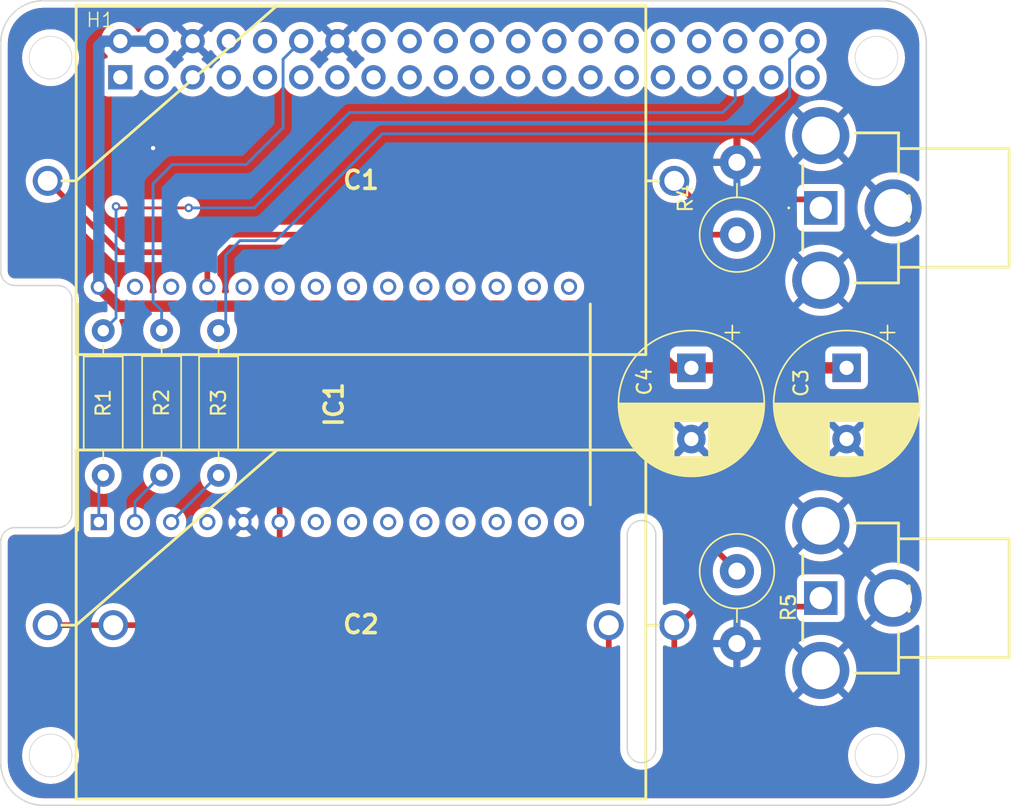
<source format=kicad_pcb>
(kicad_pcb (version 20240108) (generator "pcbnew") (generator_version "8.0")
  (layers (0 "F.Cu" signal) (31 "B.Cu" signal) (34 "B.Paste" user) (35 "F.Paste" user) (36 "B.SilkS" user "B.Silkscreen") (37 "F.SilkS" user "F.Silkscreen") (38 "B.Mask" user) (39 "F.Mask" user) (44 "Edge.Cuts" user))
  (net 0 "")
  (net 1 "GND")
  (net 2 "Net-(C1--)")
  (net 3 "AOL")
  (net 4 "AOR")
  (net 5 "Net-(C2--)")
  (net 6 "+5V")
  (net 10 "BCK")
  (net 22 "DATA")
  (net 30 "LE{slash}WS")
  (net 31 "Net-(H1-BCM19_MISO_PCM_FS)")
  (net 32 "Net-(H1-BCM18_PCM_C)")
  (net 33 "Net-(H1-BCM21_SCLK_PCM_DO)")
  (footprint "Resistor_THT:R_Axial_DIN0207_L6.3mm_D2.5mm_P10.16mm_Horizontal" (layer "F.Cu") (at 130.8 108.96 90)
    (property "Reference" "R2" (at 5.08 0 90) (layer "F.SilkS"))
    (property "Value" "470k")
    (pad "1" thru_hole circle (at 0 0 90) (size 1.6 1.6) (drill 0.8) (layers "*.Cu" "*.Mask") (net 10 "BCK"))
    (pad "2" thru_hole oval (at 10.16 0 90) (size 1.6 1.6) (drill 0.8) (layers "*.Cu" "*.Mask") (net 32 "Net-(H1-BCM18_PCM_C)"))
  )
  (footprint "Capacitor_THT:CP_Radial_D10.0mm_P5.00mm" (layer "F.Cu") (at 178.9 101.4323 -90)
    (property "Reference" "C3" (at 1.067677 3.2 90) (layer "F.SilkS"))
    (property "Value" "1000uF_16V")
    (pad "1" thru_hole rect (at 0 0 270) (size 2 2) (drill 1) (layers "*.Cu" "*.Mask") (net 6 "+5V"))
    (pad "2" thru_hole circle (at 5 0 270) (size 2 2) (drill 1) (layers "*.Cu" "*.Mask") (net 1 "GND"))
  )
  (footprint "Resistor_THT:R_Axial_DIN0207_L6.3mm_D2.5mm_P10.16mm_Horizontal" (layer "F.Cu") (at 126.7 108.98 90)
    (property "Reference" "R1" (at 5.08 0 90) (layer "F.SilkS"))
    (property "Value" "470ohm")
    (pad "1" thru_hole circle (at 0 0 90) (size 1.6 1.6) (drill 0.8) (layers "*.Cu" "*.Mask") (net 30 "LE{slash}WS"))
    (pad "2" thru_hole oval (at 10.16 0 90) (size 1.6 1.6) (drill 0.8) (layers "*.Cu" "*.Mask") (net 31 "Net-(H1-BCM19_MISO_PCM_FS)"))
  )
  (footprint "Resistor_THT:R_Axial_DIN0207_L6.3mm_D2.5mm_P10.16mm_Horizontal" (layer "F.Cu") (at 134.8 108.98 90)
    (property "Reference" "R3" (at 5.08 0 90) (layer "F.SilkS"))
    (property "Value" "470k")
    (pad "1" thru_hole circle (at 0 0 90) (size 1.6 1.6) (drill 0.8) (layers "*.Cu" "*.Mask") (net 22 "DATA"))
    (pad "2" thru_hole oval (at 10.16 0 90) (size 1.6 1.6) (drill 0.8) (layers "*.Cu" "*.Mask") (net 33 "Net-(H1-BCM21_SCLK_PCM_DO)"))
  )
  (footprint "SamacSys_Parts:DIP1652W53P254L3550H510Q28N" (layer "F.Cu") (at 142.9 104 90)
    (property "Reference" "IC1" (at 0 0 90) (layer "F.SilkS") (effects (font (size 1.27 1.27) (thickness 0.254))))
    (property "Value" "TDA1541A" (hide yes))
    (pad "1" thru_hole rect (at -8.262 -16.51 90) (size 1.13 1.13) (drill 0.73) (layers "*.Cu" "*.Mask") (net 30 "LE{slash}WS"))
    (pad "2" thru_hole circle (at -8.262 -13.97 90) (size 1.13 1.13) (drill 0.73) (layers "*.Cu" "*.Mask") (net 10 "BCK"))
    (pad "3" thru_hole circle (at -8.262 -11.43 90) (size 1.13 1.13) (drill 0.73) (layers "*.Cu" "*.Mask") (net 22 "DATA"))
    (pad "4" thru_hole circle (at -8.262 -8.89 90) (size 1.13 1.13) (drill 0.73) (layers "*.Cu" "*.Mask"))
    (pad "5" thru_hole circle (at -8.262 -6.35 90) (size 1.13 1.13) (drill 0.73) (layers "*.Cu" "*.Mask") (net 1 "GND"))
    (pad "6" thru_hole circle (at -8.262 -3.81 90) (size 1.13 1.13) (drill 0.73) (layers "*.Cu" "*.Mask") (net 4 "AOR"))
    (pad "7" thru_hole circle (at -8.262 -1.27 90) (size 1.13 1.13) (drill 0.73) (layers "*.Cu" "*.Mask"))
    (pad "8" thru_hole circle (at -8.262 1.27 90) (size 1.13 1.13) (drill 0.73) (layers "*.Cu" "*.Mask"))
    (pad "9" thru_hole circle (at -8.262 3.81 90) (size 1.13 1.13) (drill 0.73) (layers "*.Cu" "*.Mask"))
    (pad "10" thru_hole circle (at -8.262 6.35 90) (size 1.13 1.13) (drill 0.73) (layers "*.Cu" "*.Mask"))
    (pad "11" thru_hole circle (at -8.262 8.89 90) (size 1.13 1.13) (drill 0.73) (layers "*.Cu" "*.Mask"))
    (pad "12" thru_hole circle (at -8.262 11.43 90) (size 1.13 1.13) (drill 0.73) (layers "*.Cu" "*.Mask"))
    (pad "13" thru_hole circle (at -8.262 13.97 90) (size 1.13 1.13) (drill 0.73) (layers "*.Cu" "*.Mask"))
    (pad "14" thru_hole circle (at -8.262 16.51 90) (size 1.13 1.13) (drill 0.73) (layers "*.Cu" "*.Mask"))
    (pad "15" thru_hole circle (at 8.262 16.51 90) (size 1.13 1.13) (drill 0.73) (layers "*.Cu" "*.Mask"))
    (pad "16" thru_hole circle (at 8.262 13.97 90) (size 1.13 1.13) (drill 0.73) (layers "*.Cu" "*.Mask"))
    (pad "17" thru_hole circle (at 8.262 11.43 90) (size 1.13 1.13) (drill 0.73) (layers "*.Cu" "*.Mask"))
    (pad "18" thru_hole circle (at 8.262 8.89 90) (size 1.13 1.13) (drill 0.73) (layers "*.Cu" "*.Mask"))
    (pad "19" thru_hole circle (at 8.262 6.35 90) (size 1.13 1.13) (drill 0.73) (layers "*.Cu" "*.Mask"))
    (pad "20" thru_hole circle (at 8.262 3.81 90) (size 1.13 1.13) (drill 0.73) (layers "*.Cu" "*.Mask"))
    (pad "21" thru_hole circle (at 8.262 1.27 90) (size 1.13 1.13) (drill 0.73) (layers "*.Cu" "*.Mask"))
    (pad "22" thru_hole circle (at 8.262 -1.27 90) (size 1.13 1.13) (drill 0.73) (layers "*.Cu" "*.Mask"))
    (pad "23" thru_hole circle (at 8.262 -3.81 90) (size 1.13 1.13) (drill 0.73) (layers "*.Cu" "*.Mask"))
    (pad "24" thru_hole circle (at 8.262 -6.35 90) (size 1.13 1.13) (drill 0.73) (layers "*.Cu" "*.Mask"))
    (pad "25" thru_hole circle (at 8.262 -8.89 90) (size 1.13 1.13) (drill 0.73) (layers "*.Cu" "*.Mask") (net 3 "AOL"))
    (pad "26" thru_hole circle (at 8.262 -11.43 90) (size 1.13 1.13) (drill 0.73) (layers "*.Cu" "*.Mask"))
    (pad "27" thru_hole circle (at 8.262 -13.97 90) (size 1.13 1.13) (drill 0.73) (layers "*.Cu" "*.Mask"))
    (pad "28" thru_hole circle (at 8.262 -16.51 90) (size 1.13 1.13) (drill 0.73) (layers "*.Cu" "*.Mask") (net 6 "+5V"))
  )
  (footprint "PCM_Resistor_THT_AKL:R_Axial_DIN0516_L15.5mm_D5.0mm_P5.08mm_Vertical" (layer "F.Cu") (at 171.2 115.71 -90)
    (property "Reference" "R5" (at 2.54 -3.62 90) (layer "F.SilkS"))
    (property "Value" "R_DIN0516_P5.08mm" (hide yes))
    (pad "1" thru_hole circle (at 0 0 270) (size 2.4 2.4) (drill 1.2) (layers "*.Cu" "*.Mask") (net 4 "AOR"))
    (pad "2" thru_hole oval (at 5.08 0 270) (size 2.4 2.4) (drill 1.2) (layers "*.Cu" "*.Mask") (net 1 "GND"))
  )
  (footprint "Capacitor_THT:CP_Radial_D10.0mm_P5.00mm" (layer "F.Cu") (at 168 101.4323 -90)
    (property "Reference" "C4" (at 0.967677 3.3 90) (layer "F.SilkS"))
    (property "Value" "1000uF_16V")
    (pad "1" thru_hole rect (at 0 0 270) (size 2 2) (drill 1) (layers "*.Cu" "*.Mask") (net 6 "+5V"))
    (pad "2" thru_hole circle (at 5 0 270) (size 2 2) (drill 1) (layers "*.Cu" "*.Mask") (net 1 "GND"))
  )
  (footprint "SamacSys_Parts:936" (layer "F.Cu") (at 177.086 90.2 90)
    (property "Reference" "J1" (at 0 5.614 90) (layer "F.SilkS") (effects (font (size 1.27 1.27) (thickness 0.254))))
    (property "Value" "936" (hide yes))
    (pad "1" thru_hole rect (at 0 0 90) (size 2.355 2.355) (drill 1.57) (layers "*.Cu" "*.Mask") (net 2 "Net-(C1--)"))
    (pad "MH1" thru_hole circle (at -5.08 0 90) (size 4.005 4.005) (drill 2.67) (layers "*.Cu" "*.Mask") (net 1 "GND"))
    (pad "MH2" thru_hole circle (at 5.08 0 90) (size 4.005 4.005) (drill 2.67) (layers "*.Cu" "*.Mask") (net 1 "GND"))
    (pad "MH3" thru_hole circle (at 0 5.08 90) (size 4.005 4.005) (drill 2.67) (layers "*.Cu" "*.Mask") (net 1 "GND"))
  )
  (footprint "" (layer "F.Cu") (at 127.4 119.5)
    (property "Reference" "" (at 0 0 0) (layer "F.SilkS") (effects (font (size 1.27 1.27))))
    (property "Value" "")
    (pad "1" thru_hole circle (at 0 0) (size 2.1 2.1) (drill 1.4) (layers "*.Cu" "*.Mask") (net 4 "AOR"))
  )
  (footprint "SamacSys_Parts:CAPPA14200W120L4400D2450" (layer "F.Cu") (at 144.8 119.5)
    (property "Reference" "C2" (at 0 -0.05 0) (layer "F.SilkS") (effects (font (size 1.27 1.27) (thickness 0.254))))
    (property "Value" "C4GAMUD4150AA1J" (hide yes))
    (pad "1" thru_hole circle (at -22 0) (size 2.1 2.1) (drill 1.4) (layers "*.Cu" "*.Mask") (net 4 "AOR"))
    (pad "2" thru_hole circle (at 22 0) (size 2.1 2.1) (drill 1.4) (layers "*.Cu" "*.Mask") (net 5 "Net-(C2--)"))
  )
  (footprint "SamacSys_Parts:936" (layer "F.Cu") (at 177.086 117.6 90)
    (property "Reference" "J2" (at 0 5.614 90) (layer "F.SilkS") (effects (font (size 1.27 1.27) (thickness 0.254))))
    (property "Value" "936" (hide yes))
    (pad "1" thru_hole rect (at 0 0 90) (size 2.355 2.355) (drill 1.57) (layers "*.Cu" "*.Mask") (net 5 "Net-(C2--)"))
    (pad "MH1" thru_hole circle (at -5.08 0 90) (size 4.005 4.005) (drill 2.67) (layers "*.Cu" "*.Mask") (net 1 "GND"))
    (pad "MH2" thru_hole circle (at 5.08 0 90) (size 4.005 4.005) (drill 2.67) (layers "*.Cu" "*.Mask") (net 1 "GND"))
    (pad "MH3" thru_hole circle (at 0 5.08 90) (size 4.005 4.005) (drill 2.67) (layers "*.Cu" "*.Mask") (net 1 "GND"))
  )
  (footprint "SamacSys_Parts:CAPPA14200W120L4400D2450" (layer "F.Cu") (at 144.8 88.3)
    (property "Reference" "C1" (at 0 -0.05 0) (layer "F.SilkS") (effects (font (size 1.27 1.27) (thickness 0.254))))
    (property "Value" "C4GAMUD4150AA1J" (hide yes))
    (pad "1" thru_hole circle (at -22 0) (size 2.1 2.1) (drill 1.4) (layers "*.Cu" "*.Mask") (net 3 "AOL"))
    (pad "2" thru_hole circle (at 22 0) (size 2.1 2.1) (drill 1.4) (layers "*.Cu" "*.Mask") (net 2 "Net-(C1--)"))
  )
  (footprint "" (layer "F.Cu") (at 162.2 119.5)
    (property "Reference" "" (at 0 0 0) (layer "F.SilkS") (effects (font (size 1.27 1.27))))
    (property "Value" "")
    (pad "2" thru_hole circle (at 0 0) (size 2.1 2.1) (drill 1.4) (layers "*.Cu" "*.Mask") (net 5 "Net-(C2--)"))
  )
  (footprint "PCM_Resistor_THT_AKL:R_Axial_DIN0516_L15.5mm_D5.0mm_P5.08mm_Vertical" (layer "F.Cu") (at 171.2 92.08 90)
    (property "Reference" "R4" (at 2.54 -3.62 90) (layer "F.SilkS"))
    (property "Value" "R_DIN0516_P5.08mm" (hide yes))
    (pad "1" thru_hole circle (at 0 0 90) (size 2.4 2.4) (drill 1.2) (layers "*.Cu" "*.Mask") (net 3 "AOL"))
    (pad "2" thru_hole oval (at 5.08 0 90) (size 2.4 2.4) (drill 1.2) (layers "*.Cu" "*.Mask") (net 1 "GND"))
  )
  (footprint "RPI_Hat:RPI_Hat_B+" (layer "F.Cu") (at 152 104.4)
    (property "Reference" "H1" (at -25.5 -27.4 0) (layer "F.SilkS") (effects (font (thickness 0.1))))
    (property "Value" "RPi_GPIO" (hide yes))
    (fp_line (start -32.5 -25.75) (end -32.5 -9.75) (stroke (width 0.1)) (layer "Edge.Cuts"))
    (fp_line (start -32.5 9.25) (end -32.5 24.75) (stroke (width 0.1)) (layer "Edge.Cuts"))
    (fp_line (start -31.5 -8.75) (end -28.5 -8.75) (stroke (width 0.1)) (layer "Edge.Cuts"))
    (fp_line (start -31.5 8.25) (end -28.5 8.25) (stroke (width 0.1)) (layer "Edge.Cuts"))
    (fp_line (start -29.5 -28.75) (end 29.5 -28.75) (stroke (width 0.1)) (layer "Edge.Cuts"))
    (fp_line (start -29.5 27.75) (end 29.5 27.75) (stroke (width 0.1)) (layer "Edge.Cuts"))
    (fp_line (start -27.5 -7.75) (end -27.5 7.25) (stroke (width 0.1)) (layer "Edge.Cuts"))
    (fp_line (start 11.5 8.75) (end 11.5 23.75) (stroke (width 0.1)) (layer "Edge.Cuts"))
    (fp_line (start 13.5 8.75) (end 13.5 23.75) (stroke (width 0.1)) (layer "Edge.Cuts"))
    (fp_line (start 32.5 -25.75) (end 32.5 24.75) (stroke (width 0.1)) (layer "Edge.Cuts"))
    (fp_arc (start -32.5 -25.75) (mid -31.62132 -27.87132) (end -29.5 -28.75) (stroke (width 0.1)) (layer "Edge.Cuts"))
    (fp_arc (start -32.5 9.25) (mid -32.207107 8.542893) (end -31.5 8.25) (stroke (width 0.1)) (layer "Edge.Cuts"))
    (fp_arc (start -31.5 -8.75) (mid -32.207107 -9.042893) (end -32.5 -9.75) (stroke (width 0.1)) (layer "Edge.Cuts"))
    (fp_arc (start -29.5 27.75) (mid -31.62132 26.87132) (end -32.5 24.75) (stroke (width 0.1)) (layer "Edge.Cuts"))
    (fp_arc (start -28.5 -8.75) (mid -27.792893 -8.457107) (end -27.5 -7.75) (stroke (width 0.1)) (layer "Edge.Cuts"))
    (fp_arc (start -27.5 7.25) (mid -27.792893 7.957107) (end -28.5 8.25) (stroke (width 0.1)) (layer "Edge.Cuts"))
    (fp_arc (start 11.5 8.75) (mid 12.5 7.75) (end 13.5 8.75) (stroke (width 0.1)) (layer "Edge.Cuts"))
    (fp_arc (start 13.5 23.75) (mid 12.5 24.75) (end 11.5 23.75) (stroke (width 0.1)) (layer "Edge.Cuts"))
    (fp_arc (start 29.5 -28.75) (mid 31.62132 -27.87132) (end 32.5 -25.75) (stroke (width 0.1)) (layer "Edge.Cuts"))
    (fp_arc (start 32.5 24.75) (mid 31.62132 26.87132) (end 29.5 27.75) (stroke (width 0.1)) (layer "Edge.Cuts"))
    (fp_circle (center -29 -24.75) (end -30.500001 -24.750001) (stroke (width 0.05)) (fill none) (layer "Edge.Cuts"))
    (fp_circle (center -29 24.25) (end -30.500001 24.250001) (stroke (width 0.05)) (fill none) (layer "Edge.Cuts"))
    (fp_circle (center 29 -24.75) (end 30.500001 -24.750001) (stroke (width 0.05)) (fill none) (layer "Edge.Cuts"))
    (fp_circle (center 29 24.25) (end 30.500001 24.250001) (stroke (width 0.05)) (fill none) (layer "Edge.Cuts"))
    (pad "1" thru_hole rect (at -24.1 -23.372 90) (size 1.7 1.7) (drill 1) (layers "*.Cu" "*.Mask"))
    (pad "2" thru_hole oval (at -24.1 -25.912 90) (size 1.7 1.7) (drill 1) (layers "*.Cu" "*.Mask") (net 6 "+5V"))
    (pad "3" thru_hole oval (at -21.56 -23.372 90) (size 1.7 1.7) (drill 1) (layers "*.Cu" "*.Mask"))
    (pad "4" thru_hole oval (at -21.56 -25.912 90) (size 1.7 1.7) (drill 1) (layers "*.Cu" "*.Mask") (net 6 "+5V"))
    (pad "5" thru_hole oval (at -19.02 -23.372 90) (size 1.7 1.7) (drill 1) (layers "*.Cu" "*.Mask"))
    (pad "6" thru_hole circle (at -19.02 -25.912 90) (size 1.7 1.7) (drill 1) (layers "*.Cu" "*.Mask") (net 1 "GND"))
    (pad "7" thru_hole oval (at -16.48 -23.372 90) (size 1.7 1.7) (drill 1) (layers "*.Cu" "*.Mask"))
    (pad "8" thru_hole oval (at -16.48 -25.912 90) (size 1.7 1.7) (drill 1) (layers "*.Cu" "*.Mask"))
    (pad "9" thru_hole circle (at -13.94 -23.372 90) (size 1.7 1.7) (drill 1) (layers "*.Cu" "*.Mask"))
    (pad "10" thru_hole oval (at -13.94 -25.912 90) (size 1.7 1.7) (drill 1) (layers "*.Cu" "*.Mask"))
    (pad "11" thru_hole oval (at -11.4 -23.372 90) (size 1.7 1.7) (drill 1) (layers "*.Cu" "*.Mask"))
    (pad "12" thru_hole oval (at -11.4 -25.912 90) (size 1.7 1.7) (drill 1) (layers "*.Cu" "*.Mask") (net 32 "Net-(H1-BCM18_PCM_C)"))
    (pad "13" thru_hole oval (at -8.86 -23.372 90) (size 1.7 1.7) (drill 1) (layers "*.Cu" "*.Mask"))
    (pad "14" thru_hole circle (at -8.86 -25.912 90) (size 1.7 1.7) (drill 1) (layers "*.Cu" "*.Mask") (net 1 "GND"))
    (pad "15" thru_hole oval (at -6.32 -23.372 90) (size 1.7 1.7) (drill 1) (layers "*.Cu" "*.Mask"))
    (pad "16" thru_hole oval (at -6.32 -25.912 90) (size 1.7 1.7) (drill 1) (layers "*.Cu" "*.Mask"))
    (pad "17" thru_hole oval (at -3.78 -23.372 90) (size 1.7 1.7) (drill 1) (layers "*.Cu" "*.Mask"))
    (pad "18" thru_hole oval (at -3.78 -25.912 90) (size 1.7 1.7) (drill 1) (layers "*.Cu" "*.Mask"))
    (pad "19" thru_hole oval (at -1.24 -23.372 90) (size 1.7 1.7) (drill 1) (layers "*.Cu" "*.Mask"))
    (pad "20" thru_hole circle (at -1.24 -25.912 90) (size 1.7 1.7) (drill 1) (layers "*.Cu" "*.Mask"))
    (pad "21" thru_hole oval (at 1.3 -23.372 90) (size 1.7 1.7) (drill 1) (layers "*.Cu" "*.Mask"))
    (pad "22" thru_hole oval (at 1.3 -25.912 90) (size 1.7 1.7) (drill 1) (layers "*.Cu" "*.Mask"))
    (pad "23" thru_hole oval (at 3.84 -23.372 90) (size 1.7 1.7) (drill 1) (layers "*.Cu" "*.Mask"))
    (pad "24" thru_hole oval (at 3.84 -25.912 90) (size 1.7 1.7) (drill 1) (layers "*.Cu" "*.Mask"))
    (pad "25" thru_hole circle (at 6.38 -23.372 90) (size 1.7 1.7) (drill 1) (layers "*.Cu" "*.Mask"))
    (pad "26" thru_hole oval (at 6.38 -25.912 90) (size 1.7 1.7) (drill 1) (layers "*.Cu" "*.Mask"))
    (pad "27" thru_hole oval (at 8.92 -23.372 90) (size 1.7 1.7) (drill 1) (layers "*.Cu" "*.Mask"))
    (pad "28" thru_hole oval (at 8.92 -25.912 90) (size 1.7 1.7) (drill 1) (layers "*.Cu" "*.Mask"))
    (pad "29" thru_hole oval (at 11.46 -23.372 90) (size 1.7 1.7) (drill 1) (layers "*.Cu" "*.Mask"))
    (pad "30" thru_hole circle (at 11.46 -25.912 90) (size 1.7 1.7) (drill 1) (layers "*.Cu" "*.Mask"))
    (pad "31" thru_hole oval (at 14 -23.372 90) (size 1.7 1.7) (drill 1) (layers "*.Cu" "*.Mask"))
    (pad "32" thru_hole oval (at 14 -25.912 90) (size 1.7 1.7) (drill 1) (layers "*.Cu" "*.Mask"))
    (pad "33" thru_hole oval (at 16.54 -23.372 90) (size 1.7 1.7) (drill 1) (layers "*.Cu" "*.Mask"))
    (pad "34" thru_hole circle (at 16.54 -25.912 90) (size 1.7 1.7) (drill 1) (layers "*.Cu" "*.Mask"))
    (pad "35" thru_hole oval (at 19.08 -23.372 90) (size 1.7 1.7) (drill 1) (layers "*.Cu" "*.Mask") (net 31 "Net-(H1-BCM19_MISO_PCM_FS)"))
    (pad "36" thru_hole oval (at 19.08 -25.912 90) (size 1.7 1.7) (drill 1) (layers "*.Cu" "*.Mask"))
    (pad "37" thru_hole oval (at 21.62 -23.372 90) (size 1.7 1.7) (drill 1) (layers "*.Cu" "*.Mask"))
    (pad "38" thru_hole oval (at 21.62 -25.912 90) (size 1.7 1.7) (drill 1) (layers "*.Cu" "*.Mask"))
    (pad "39" thru_hole circle (at 24.16 -23.372 90) (size 1.7 1.7) (drill 1) (layers "*.Cu" "*.Mask"))
    (pad "40" thru_hole oval (at 24.16 -25.912 90) (size 1.7 1.7) (drill 1) (layers "*.Cu" "*.Mask") (net 33 "Net-(H1-BCM21_SCLK_PCM_DO)"))
  )
  (via (at 130.2 86) (size 0.6) (drill 0.3) (layers "F.Cu" "B.Cu") (net 1))
  (segment (start 168.1 89.6) (end 166.8 88.3) (width 0.4) (layer "F.Cu") (net 2))
  (segment (start 177.086 90.2) (end 176.486 89.6) (width 0.4) (layer "F.Cu") (net 2))
  (segment (start 176.486 89.6) (end 168.1 89.6) (width 0.4) (layer "F.Cu") (net 2))
  (segment (start 134.01 93.31) (end 127.81 93.31) (width 0.4) (layer "F.Cu") (net 3))
  (segment (start 127.81 93.31) (end 122.8 88.3) (width 0.4) (layer "F.Cu") (net 3))
  (segment (start 135.24 92.08) (end 134.01 93.31) (width 0.4) (layer "F.Cu") (net 3))
  (segment (start 134.01 93.31) (end 134.01 95.738) (width 0.4) (layer "F.Cu") (net 3))
  (segment (start 171.2 92.08) (end 135.24 92.08) (width 0.4) (layer "F.Cu") (net 3))
  (segment (start 139.6 109.7) (end 139.09 110.21) (width 0.4) (layer "F.Cu") (net 4))
  (segment (start 139.09 110.21) (end 139.09 112.262) (width 0.4) (layer "F.Cu") (net 4))
  (segment (start 139.09 116.11) (end 135.7 119.5) (width 0.4) (layer "F.Cu") (net 4))
  (segment (start 135.7 119.5) (end 122.8 119.5) (width 0.4) (layer "F.Cu") (net 4))
  (segment (start 139.09 112.262) (end 139.09 116.11) (width 0.4) (layer "F.Cu") (net 4))
  (segment (start 165.19 109.7) (end 139.6 109.7) (width 0.4) (layer "F.Cu") (net 4))
  (segment (start 171.2 115.71) (end 165.19 109.7) (width 0.4) (layer "F.Cu") (net 4))
  (segment (start 171.2 115.71) (end 170.89 115.71) (width 0.4) (layer "F.Cu") (net 4))
  (segment (start 162.2 129.6) (end 162.2 119.5) (width 0.4) (layer "F.Cu") (net 5))
  (segment (start 166.8 129.8) (end 166.1 130.5) (width 0.4) (layer "F.Cu") (net 5))
  (segment (start 166.8 119.5) (end 167.1 119.5) (width 0.4) (layer "F.Cu") (net 5))
  (segment (start 166.1 130.5) (end 163.1 130.5) (width 0.4) (layer "F.Cu") (net 5))
  (segment (start 167.1 119.5) (end 168.4 118.2) (width 0.4) (layer "F.Cu") (net 5))
  (segment (start 168.4 118.2) (end 176.486 118.2) (width 0.4) (layer "F.Cu") (net 5))
  (segment (start 163.1 130.5) (end 162.2 129.6) (width 0.4) (layer "F.Cu") (net 5))
  (segment (start 166.8 119.5) (end 166.8 129.8) (width 0.4) (layer "F.Cu") (net 5))
  (segment (start 176.486 118.2) (end 177.086 117.6) (width 0.4) (layer "F.Cu") (net 5))
  (segment (start 176.486 118.2) (end 177.086 117.6) (width 0.4) (layer "B.Cu") (net 5))
  (segment (start 127.752 97.1) (end 162.366 97.1) (width 0.8) (layer "F.Cu") (net 6))
  (segment (start 178.9 101.4323) (end 168 101.4323) (width 0.8) (layer "F.Cu") (net 6))
  (segment (start 126.39 95.738) (end 127.752 97.1) (width 0.8) (layer "F.Cu") (net 6))
  (segment (start 162.366 97.1) (end 166.6983 101.4323) (width 0.8) (layer "F.Cu") (net 6))
  (segment (start 166.6983 101.4323) (end 168 101.4323) (width 0.8) (layer "F.Cu") (net 6))
  (segment (start 127.9 78.488) (end 126.712 78.488) (width 0.8) (layer "B.Cu") (net 6))
  (segment (start 126.39 78.81) (end 126.39 95.738) (width 0.8) (layer "B.Cu") (net 6))
  (segment (start 126.712 78.488) (end 126.39 78.81) (width 0.8) (layer "B.Cu") (net 6))
  (segment (start 127.9 78.488) (end 130.44 78.488) (width 0.8) (layer "B.Cu") (net 6))
  (segment (start 130.8 108.96) (end 128.93 110.83) (width 0.2) (layer "B.Cu") (net 10))
  (segment (start 128.93 110.83) (end 128.93 112.262) (width 0.2) (layer "B.Cu") (net 10))
  (segment (start 134.752 108.98) (end 134.8 108.98) (width 0.2) (layer "B.Cu") (net 22))
  (segment (start 133.6983 110.0337) (end 131.47 112.262) (width 0.2) (layer "B.Cu") (net 22))
  (segment (start 131.47 112.262) (end 134.752 108.98) (width 0.2) (layer "B.Cu") (net 22))
  (segment (start 126.39 109.29) (end 126.39 112.262) (width 0.2) (layer "B.Cu") (net 30))
  (segment (start 126.7 108.98) (end 126.39 109.29) (width 0.2) (layer "B.Cu") (net 30))
  (segment (start 127.7 90.2) (end 127.6 90.1) (width 0.2) (layer "F.Cu") (net 31))
  (segment (start 132.7 90.2) (end 127.7 90.2) (width 0.2) (layer "F.Cu") (net 31))
  (via (at 127.6 90.1) (size 0.6) (drill 0.3) (layers "F.Cu" "B.Cu") (net 31))
  (via (at 132.7 90.2) (size 0.6) (drill 0.3) (layers "F.Cu" "B.Cu") (net 31))
  (segment (start 144 83.5) (end 170.2 83.5) (width 0.2) (layer "B.Cu") (net 31))
  (segment (start 171.08 82.62) (end 171.08 81.028) (width 0.2) (layer "B.Cu") (net 31))
  (segment (start 170.2 83.5) (end 171.08 82.62) (width 0.2) (layer "B.Cu") (net 31))
  (segment (start 127.6 97.92) (end 126.7 98.82) (width 0.2) (layer "B.Cu") (net 31))
  (segment (start 127.6 90.1) (end 127.6 97.92) (width 0.2) (layer "B.Cu") (net 31))
  (segment (start 132.7 90.2) (end 137.3 90.2) (width 0.2) (layer "B.Cu") (net 31))
  (segment (start 137.3 90.2) (end 144 83.5) (width 0.2) (layer "B.Cu") (net 31))
  (segment (start 139.33 84.57) (end 136.7433 87.1567) (width 0.2) (layer "B.Cu") (net 32))
  (segment (start 139.33 79.758) (end 139.33 84.57) (width 0.2) (layer "B.Cu") (net 32))
  (segment (start 130.2 96.8) (end 130.8 97.4) (width 0.2) (layer "B.Cu") (net 32))
  (segment (start 140.6 78.488) (end 139.33 79.758) (width 0.2) (layer "B.Cu") (net 32))
  (segment (start 136.7433 87.1567) (end 131.5433 87.1567) (width 0.2) (layer "B.Cu") (net 32))
  (segment (start 130.8 98.304315) (end 131.047843 98.552158) (width 0.2) (layer "B.Cu") (net 32))
  (segment (start 130.2 88.5) (end 130.2 96.8) (width 0.2) (layer "B.Cu") (net 32))
  (segment (start 131.5433 87.1567) (end 130.2 88.5) (width 0.2) (layer "B.Cu") (net 32))
  (segment (start 130.8 97.4) (end 130.8 98.304315) (width 0.2) (layer "B.Cu") (net 32))
  (segment (start 176.16 78.488) (end 174.9 79.748) (width 0.2) (layer "B.Cu") (net 33))
  (segment (start 146.3 85) (end 138.8 92.5) (width 0.2) (layer "B.Cu") (net 33))
  (segment (start 172.3 85) (end 146.3 85) (width 0.2) (layer "B.Cu") (net 33))
  (segment (start 135.3 93.5) (end 135.3 98.32) (width 0.2) (layer "B.Cu") (net 33))
  (segment (start 138.8 92.5) (end 136.3 92.5) (width 0.2) (layer "B.Cu") (net 33))
  (segment (start 174.9 82.4) (end 172.3 85) (width 0.2) (layer "B.Cu") (net 33))
  (segment (start 135.3 98.32) (end 134.8 98.82) (width 0.2) (layer "B.Cu") (net 33))
  (segment (start 174.9 79.748) (end 174.9 82.4) (width 0.2) (layer "B.Cu") (net 33))
  (segment (start 136.3 92.5) (end 135.3 93.5) (width 0.2) (layer "B.Cu") (net 33))
  (zone (net 1) (net_name "GND") (layer "F.Cu") (name "TopGND") (connect_pads (clearance 0.5)) (min_thickness 0.25) (fill yes (thermal_gap 0.5) (thermal_bridge_width 0.5))
    (polygon (pts (xy 119.5 75.7) (xy 184.5 75.7) (xy 184.5 132.2) (xy 119.5 132.2)))
  )
  (zone (net 1) (net_name "GND") (layer "B.Cu") (name "BottomGND") (priority 1) (connect_pads (clearance 0.5)) (min_thickness 0.25) (fill yes (thermal_gap 0.5) (thermal_bridge_width 0.5))
    (polygon (pts (xy 119.6 75.7) (xy 184.5 75.6) (xy 184.5 132.2) (xy 119.5 132.2) (xy 119.5 75.7)))
  )
)
</source>
